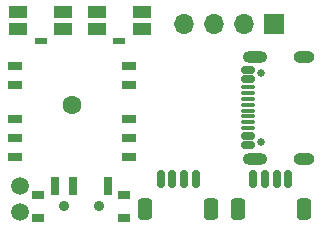
<source format=gbr>
%TF.GenerationSoftware,KiCad,Pcbnew,8.0.5*%
%TF.CreationDate,2024-10-05T23:36:15+02:00*%
%TF.ProjectId,projet s6,70726f6a-6574-4207-9336-2e6b69636164,rev?*%
%TF.SameCoordinates,Original*%
%TF.FileFunction,Soldermask,Bot*%
%TF.FilePolarity,Negative*%
%FSLAX46Y46*%
G04 Gerber Fmt 4.6, Leading zero omitted, Abs format (unit mm)*
G04 Created by KiCad (PCBNEW 8.0.5) date 2024-10-05 23:36:15*
%MOMM*%
%LPD*%
G01*
G04 APERTURE LIST*
G04 Aperture macros list*
%AMRoundRect*
0 Rectangle with rounded corners*
0 $1 Rounding radius*
0 $2 $3 $4 $5 $6 $7 $8 $9 X,Y pos of 4 corners*
0 Add a 4 corners polygon primitive as box body*
4,1,4,$2,$3,$4,$5,$6,$7,$8,$9,$2,$3,0*
0 Add four circle primitives for the rounded corners*
1,1,$1+$1,$2,$3*
1,1,$1+$1,$4,$5*
1,1,$1+$1,$6,$7*
1,1,$1+$1,$8,$9*
0 Add four rect primitives between the rounded corners*
20,1,$1+$1,$2,$3,$4,$5,0*
20,1,$1+$1,$4,$5,$6,$7,0*
20,1,$1+$1,$6,$7,$8,$9,0*
20,1,$1+$1,$8,$9,$2,$3,0*%
G04 Aperture macros list end*
%ADD10C,1.500000*%
%ADD11C,0.650000*%
%ADD12RoundRect,0.150000X-0.425000X0.150000X-0.425000X-0.150000X0.425000X-0.150000X0.425000X0.150000X0*%
%ADD13RoundRect,0.075000X-0.500000X0.075000X-0.500000X-0.075000X0.500000X-0.075000X0.500000X0.075000X0*%
%ADD14O,1.800000X1.000000*%
%ADD15O,2.100000X1.000000*%
%ADD16R,1.700000X1.700000*%
%ADD17O,1.700000X1.700000*%
%ADD18R,1.650000X1.050000*%
%ADD19R,1.100000X0.500000*%
%ADD20C,1.600000*%
%ADD21R,1.200000X0.800000*%
%ADD22C,0.900000*%
%ADD23R,0.700000X1.600000*%
%ADD24R,0.700000X1.500000*%
%ADD25R,1.000000X0.800000*%
%ADD26RoundRect,0.150000X-0.150000X-0.625000X0.150000X-0.625000X0.150000X0.625000X-0.150000X0.625000X0*%
%ADD27RoundRect,0.250000X-0.350000X-0.650000X0.350000X-0.650000X0.350000X0.650000X-0.350000X0.650000X0*%
G04 APERTURE END LIST*
D10*
%TO.C,TP1*%
X182580000Y-82870000D03*
%TD*%
%TO.C,TP5*%
X182610000Y-80680000D03*
%TD*%
D11*
%TO.C,J1*%
X202965000Y-71140000D03*
X202965000Y-76920000D03*
D12*
X201890000Y-70830000D03*
X201890000Y-71630000D03*
D13*
X201890000Y-72780000D03*
X201890000Y-73780000D03*
X201890000Y-74280000D03*
X201890000Y-75280000D03*
D12*
X201890000Y-76430000D03*
X201890000Y-77230000D03*
X201890000Y-77230000D03*
X201890000Y-76430000D03*
D13*
X201890000Y-75780000D03*
X201890000Y-74780000D03*
X201890000Y-73280000D03*
X201890000Y-72280000D03*
D12*
X201890000Y-71630000D03*
X201890000Y-70830000D03*
D14*
X206645000Y-69710000D03*
D15*
X202465000Y-69710000D03*
D14*
X206645000Y-78350000D03*
D15*
X202465000Y-78350000D03*
%TD*%
D16*
%TO.C,J2*%
X204070000Y-66970000D03*
D17*
X201530000Y-66970000D03*
X198990000Y-66970000D03*
X196450000Y-66970000D03*
%TD*%
D18*
%TO.C,SW1*%
X189070000Y-65930000D03*
D19*
X190995000Y-68355000D03*
D18*
X192920000Y-65930000D03*
X189070000Y-67380000D03*
X192920000Y-67380000D03*
%TD*%
D20*
%TO.C,PA1010D1*%
X187000000Y-73850000D03*
D21*
X191850000Y-70500000D03*
X191850000Y-72100000D03*
X191850000Y-75000000D03*
X191850000Y-76600000D03*
X191850000Y-78200000D03*
X182150000Y-78200000D03*
X182150000Y-76600000D03*
X182150000Y-75000000D03*
X182150000Y-72100000D03*
X182150000Y-70500000D03*
%TD*%
D22*
%TO.C,SW6*%
X189290000Y-82400000D03*
X186290000Y-82400000D03*
D23*
X185540000Y-80650000D03*
D24*
X187040000Y-80650000D03*
X190040000Y-80650000D03*
D25*
X191440000Y-83365000D03*
X191440000Y-81435000D03*
X184140000Y-83365000D03*
X184140000Y-81435000D03*
%TD*%
D18*
%TO.C,SW2*%
X182415000Y-65935000D03*
D19*
X184340000Y-68360000D03*
D18*
X186265000Y-65935000D03*
X182415000Y-67385000D03*
X186265000Y-67385000D03*
%TD*%
D26*
%TO.C,J4*%
X194500000Y-80105000D03*
X195500000Y-80105000D03*
X196500000Y-80105000D03*
X197500000Y-80105000D03*
D27*
X193200000Y-82630000D03*
X198800000Y-82630000D03*
%TD*%
D26*
%TO.C,J3*%
X202320000Y-80105000D03*
X203320000Y-80105000D03*
X204320000Y-80105000D03*
X205320000Y-80105000D03*
D27*
X201020000Y-82630000D03*
X206620000Y-82630000D03*
%TD*%
M02*

</source>
